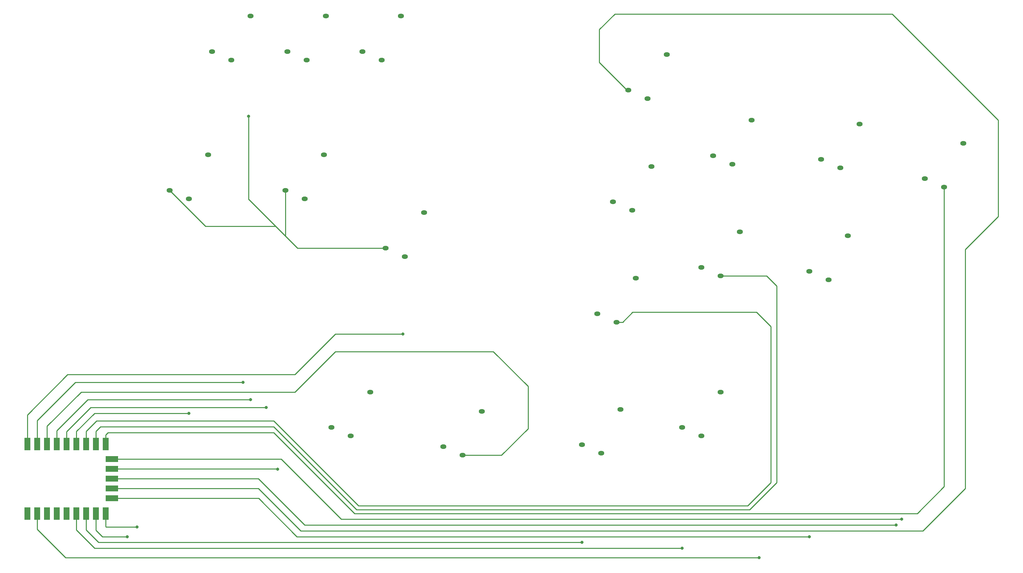
<source format=gbr>
%TF.GenerationSoftware,KiCad,Pcbnew,8.0.4*%
%TF.CreationDate,2024-08-25T10:48:18+09:00*%
%TF.ProjectId,StickLess,53746963-6b4c-4657-9373-2e6b69636164,rev?*%
%TF.SameCoordinates,Original*%
%TF.FileFunction,Copper,L1,Top*%
%TF.FilePolarity,Positive*%
%FSLAX46Y46*%
G04 Gerber Fmt 4.6, Leading zero omitted, Abs format (unit mm)*
G04 Created by KiCad (PCBNEW 8.0.4) date 2024-08-25 10:48:18*
%MOMM*%
%LPD*%
G01*
G04 APERTURE LIST*
%TA.AperFunction,SMDPad,CuDef*%
%ADD10R,1.600000X3.200000*%
%TD*%
%TA.AperFunction,SMDPad,CuDef*%
%ADD11R,3.200000X1.600000*%
%TD*%
%TA.AperFunction,ComponentPad*%
%ADD12O,1.600000X1.200000*%
%TD*%
%TA.AperFunction,ViaPad*%
%ADD13C,0.800000*%
%TD*%
%TA.AperFunction,Conductor*%
%ADD14C,0.250000*%
%TD*%
G04 APERTURE END LIST*
D10*
%TO.P,RZ1,1,GP0*%
%TO.N,Net-(RZ1-GP0)*%
X2565000Y-123000000D03*
%TO.P,RZ1,2,GP1*%
%TO.N,Net-(RZ1-GP1)*%
X5105000Y-123000000D03*
%TO.P,RZ1,3,GP2*%
%TO.N,Net-(RZ1-GP2)*%
X7645000Y-123000000D03*
%TO.P,RZ1,4,GP3*%
%TO.N,Net-(RZ1-GP3)*%
X10185000Y-123000000D03*
%TO.P,RZ1,5,GP4*%
%TO.N,Net-(RZ1-GP4)*%
X12725000Y-123000000D03*
%TO.P,RZ1,6,GP5*%
%TO.N,Net-(RZ1-GP5)*%
X15265000Y-123000000D03*
%TO.P,RZ1,7,GP6*%
%TO.N,Net-(RZ1-GP6)*%
X17805000Y-123000000D03*
%TO.P,RZ1,8,GP7*%
%TO.N,Net-(RZ1-GP7)*%
X20345000Y-123000000D03*
%TO.P,RZ1,9,GP8*%
%TO.N,Net-(RZ1-GP8)*%
X22885000Y-123000000D03*
D11*
%TO.P,RZ1,10,GP9*%
%TO.N,Net-(RZ1-GP9)*%
X24475000Y-126920000D03*
%TO.P,RZ1,11,GP10*%
%TO.N,Net-(RZ1-GP10)*%
X24475000Y-129460000D03*
%TO.P,RZ1,12,GP11*%
%TO.N,Net-(RZ1-GP11)*%
X24475000Y-132000000D03*
%TO.P,RZ1,13,GP12*%
%TO.N,Net-(RZ1-GP12)*%
X24475000Y-134540000D03*
%TO.P,RZ1,14,GP13*%
%TO.N,Net-(RZ1-GP13)*%
X24475000Y-137080000D03*
D10*
%TO.P,RZ1,15,GP14*%
%TO.N,Net-(RZ1-GP14)*%
X22885000Y-141000000D03*
%TO.P,RZ1,16,GP15*%
%TO.N,Net-(RZ1-GP15)*%
X20345000Y-141000000D03*
%TO.P,RZ1,17,GP26*%
%TO.N,Net-(RZ1-GP26)*%
X17805000Y-141000000D03*
%TO.P,RZ1,18,GP27*%
%TO.N,Net-(RZ1-GP27)*%
X15265000Y-141000000D03*
%TO.P,RZ1,19,GP28*%
%TO.N,unconnected-(RZ1-GP28-Pad19)*%
X12725000Y-141000000D03*
%TO.P,RZ1,20,GP29*%
%TO.N,unconnected-(RZ1-GP29-Pad20)*%
X10185000Y-141000000D03*
%TO.P,RZ1,21,3V3*%
%TO.N,unconnected-(RZ1-3V3-Pad21)*%
X7645000Y-141000000D03*
%TO.P,RZ1,22,5V*%
%TO.N,unconnected-(RZ1-5V-Pad22)*%
X2565000Y-141000000D03*
%TO.P,RZ1,23,GND*%
%TO.N,Net-(RZ1-GND)*%
X5105000Y-141000000D03*
%TD*%
D12*
%TO.P,B1(A)1,1,1*%
%TO.N,Net-(RZ1-GND)*%
X150500000Y-89200000D03*
%TO.P,B1(A)1,2,2*%
%TO.N,Net-(RZ1-GP6)*%
X155500000Y-91400000D03*
%TO.P,B1(A)1,MP*%
%TO.N,N/C*%
X160500000Y-80000000D03*
%TD*%
%TO.P,LEFT1,1,1*%
%TO.N,Net-(RZ1-GND)*%
X39500000Y-57200000D03*
%TO.P,LEFT1,2,2*%
%TO.N,Net-(RZ1-GP5)*%
X44500000Y-59400000D03*
%TO.P,LEFT1,MP*%
%TO.N,N/C*%
X49500000Y-48000000D03*
%TD*%
%TO.P,RIGHT1,1,1*%
%TO.N,Net-(RZ1-GND)*%
X95500000Y-72200000D03*
%TO.P,RIGHT1,2,2*%
%TO.N,Net-(RZ1-GP4)*%
X100500000Y-74400000D03*
%TO.P,RIGHT1,MP*%
%TO.N,N/C*%
X105500000Y-63000000D03*
%TD*%
%TO.P,L1(L)1,1,1*%
%TO.N,Net-(RZ1-GP13)*%
X205500000Y-78200000D03*
%TO.P,L1(L)1,2,2*%
%TO.N,Net-(RZ1-GND)*%
X210500000Y-80400000D03*
%TO.P,L1(L)1,MP*%
%TO.N,N/C*%
X215500000Y-69000000D03*
%TD*%
%TO.P,B2(B)1,1,1*%
%TO.N,Net-(RZ1-GND)*%
X177500000Y-77200000D03*
%TO.P,B2(B)1,2,2*%
%TO.N,Net-(RZ1-GP7)*%
X182500000Y-79400000D03*
%TO.P,B2(B)1,MP*%
%TO.N,N/C*%
X187500000Y-68000000D03*
%TD*%
%TO.P,S2(START)1,1,1*%
%TO.N,Net-(RZ1-GND)*%
X89500000Y-21200000D03*
%TO.P,S2(START)1,2,2*%
%TO.N,Net-(RZ1-GP1)*%
X94500000Y-23400000D03*
%TO.P,S2(START)1,MP*%
%TO.N,N/C*%
X99500000Y-12000000D03*
%TD*%
%TO.P,L2(LB)1,1,1*%
%TO.N,Net-(RZ1-GND)*%
X208510000Y-49200000D03*
%TO.P,L2(LB)1,2,2*%
%TO.N,Net-(RZ1-GP9)*%
X213510000Y-51400000D03*
%TO.P,L2(LB)1,MP*%
%TO.N,N/C*%
X218510000Y-40000000D03*
%TD*%
%TO.P,DOWN1,1,1*%
%TO.N,Net-(RZ1-GND)*%
X69500000Y-57200000D03*
%TO.P,DOWN1,2,2*%
%TO.N,Net-(RZ1-GP3)*%
X74500000Y-59400000D03*
%TO.P,DOWN1,MP*%
%TO.N,N/C*%
X79500000Y-48000000D03*
%TD*%
%TO.P,S1(BACK)1,1,1*%
%TO.N,Net-(RZ1-GND)*%
X81500000Y-118700000D03*
%TO.P,S1(BACK)1,2,2*%
%TO.N,Net-(RZ1-GP0)*%
X86500000Y-120900000D03*
%TO.P,S1(BACK)1,MP*%
%TO.N,N/C*%
X91500000Y-109500000D03*
%TD*%
%TO.P,A2(CAPTURE)1,1,1*%
%TO.N,Net-(RZ1-GP15)*%
X50500000Y-21200000D03*
%TO.P,A2(CAPTURE)1,2,2*%
%TO.N,Net-(RZ1-GND)*%
X55500000Y-23400000D03*
%TO.P,A2(CAPTURE)1,MP*%
%TO.N,N/C*%
X60500000Y-12000000D03*
%TD*%
%TO.P,B4(Y)1,1,1*%
%TO.N,Net-(RZ1-GP11)*%
X180500000Y-48200000D03*
%TO.P,B4(Y)1,2,2*%
%TO.N,Net-(RZ1-GND)*%
X185500000Y-50400000D03*
%TO.P,B4(Y)1,MP*%
%TO.N,N/C*%
X190500000Y-39000000D03*
%TD*%
%TO.P,UP1,1,1*%
%TO.N,Net-(RZ1-GND)*%
X110500000Y-123700000D03*
%TO.P,UP1,2,2*%
%TO.N,Net-(RZ1-GP2)*%
X115500000Y-125900000D03*
%TO.P,UP1,MP*%
%TO.N,N/C*%
X120500000Y-114500000D03*
%TD*%
%TO.P,R3(RS)1,1,1*%
%TO.N,Net-(RZ1-GP27)*%
X172500000Y-118700000D03*
%TO.P,R3(RS)1,2,2*%
%TO.N,Net-(RZ1-GND)*%
X177500000Y-120900000D03*
%TO.P,R3(RS)1,MP*%
%TO.N,N/C*%
X182500000Y-109500000D03*
%TD*%
%TO.P,R1(R)1,1,1*%
%TO.N,Net-(RZ1-GP12)*%
X158500000Y-31200000D03*
%TO.P,R1(R)1,2,2*%
%TO.N,Net-(RZ1-GND)*%
X163500000Y-33400000D03*
%TO.P,R1(R)1,MP*%
%TO.N,N/C*%
X168500000Y-22000000D03*
%TD*%
%TO.P,A1(GUIDE)1,1,1*%
%TO.N,Net-(RZ1-GP14)*%
X70000000Y-21200000D03*
%TO.P,A1(GUIDE)1,2,2*%
%TO.N,Net-(RZ1-GND)*%
X75000000Y-23400000D03*
%TO.P,A1(GUIDE)1,MP*%
%TO.N,N/C*%
X80000000Y-12000000D03*
%TD*%
%TO.P,L3(LS)1,1,1*%
%TO.N,Net-(RZ1-GP26)*%
X146500000Y-123200000D03*
%TO.P,L3(LS)1,2,2*%
%TO.N,Net-(RZ1-GND)*%
X151500000Y-125400000D03*
%TO.P,L3(LS)1,MP*%
%TO.N,N/C*%
X156500000Y-114000000D03*
%TD*%
%TO.P,R2(RB)1,1,1*%
%TO.N,Net-(RZ1-GND)*%
X235500000Y-54200000D03*
%TO.P,R2(RB)1,2,2*%
%TO.N,Net-(RZ1-GP8)*%
X240500000Y-56400000D03*
%TO.P,R2(RB)1,MP*%
%TO.N,N/C*%
X245500000Y-45000000D03*
%TD*%
%TO.P,B3(X)1,1,1*%
%TO.N,Net-(RZ1-GP10)*%
X154500000Y-60200000D03*
%TO.P,B3(X)1,2,2*%
%TO.N,Net-(RZ1-GND)*%
X159500000Y-62400000D03*
%TO.P,B3(X)1,MP*%
%TO.N,N/C*%
X164500000Y-51000000D03*
%TD*%
D13*
%TO.N,Net-(RZ1-GP14)*%
X31000000Y-144500000D03*
%TO.N,Net-(RZ1-GND)*%
X192500000Y-152500000D03*
X60000000Y-38000000D03*
%TO.N,Net-(RZ1-GP15)*%
X28500000Y-147000000D03*
%TO.N,Net-(RZ1-GP10)*%
X67500000Y-129500000D03*
%TO.N,Net-(RZ1-GP11)*%
X228000000Y-144000000D03*
%TO.N,Net-(RZ1-GP3)*%
X60500000Y-111500000D03*
%TO.N,Net-(RZ1-GP13)*%
X205500000Y-147000000D03*
%TO.N,Net-(RZ1-GP9)*%
X229500000Y-142500000D03*
%TO.N,Net-(RZ1-GP26)*%
X146500000Y-148500000D03*
%TO.N,Net-(RZ1-GP5)*%
X44500000Y-115000000D03*
%TO.N,Net-(RZ1-GP27)*%
X172500000Y-150000000D03*
%TO.N,Net-(RZ1-GP4)*%
X64500000Y-113500000D03*
%TO.N,Net-(RZ1-GP0)*%
X100000000Y-94500000D03*
%TO.N,Net-(RZ1-GP1)*%
X58500000Y-107000000D03*
%TD*%
D14*
%TO.N,Net-(RZ1-GP14)*%
X23000000Y-144500000D02*
X22885000Y-144385000D01*
X22885000Y-144385000D02*
X22885000Y-141000000D01*
X31000000Y-144500000D02*
X23000000Y-144500000D01*
%TO.N,Net-(RZ1-GND)*%
X192500000Y-152500000D02*
X12500000Y-152500000D01*
X39500000Y-57200000D02*
X48800000Y-66500000D01*
X69500000Y-57200000D02*
X69500000Y-69000000D01*
X60000000Y-59550000D02*
X60050000Y-59550000D01*
X5105000Y-145105000D02*
X5105000Y-141000000D01*
X48800000Y-66500000D02*
X67000000Y-66500000D01*
X67000000Y-66500000D02*
X72700000Y-72200000D01*
X60050000Y-59550000D02*
X67000000Y-66500000D01*
X60000000Y-59550000D02*
X60000000Y-38000000D01*
X12500000Y-152500000D02*
X5105000Y-145105000D01*
X72700000Y-72200000D02*
X95500000Y-72200000D01*
%TO.N,Net-(RZ1-GP15)*%
X28500000Y-147000000D02*
X22000000Y-147000000D01*
X22000000Y-147000000D02*
X20345000Y-145345000D01*
X20345000Y-145345000D02*
X20345000Y-141000000D01*
%TO.N,Net-(RZ1-GP6)*%
X17805000Y-119695000D02*
X20500000Y-117000000D01*
X195500000Y-133000000D02*
X195500000Y-92500000D01*
X189500000Y-139000000D02*
X195500000Y-133000000D01*
X157030000Y-91400000D02*
X155500000Y-91400000D01*
X88500000Y-139000000D02*
X189500000Y-139000000D01*
X191800000Y-88800000D02*
X159630000Y-88800000D01*
X20500000Y-117000000D02*
X66500000Y-117000000D01*
X159630000Y-88800000D02*
X157030000Y-91400000D01*
X17805000Y-123000000D02*
X17805000Y-119695000D01*
X195500000Y-92500000D02*
X191800000Y-88800000D01*
X66500000Y-117000000D02*
X88500000Y-139000000D01*
%TO.N,Net-(RZ1-GP7)*%
X190000000Y-140000000D02*
X197000000Y-133000000D01*
X20345000Y-123000000D02*
X20345000Y-119655000D01*
X88000000Y-140000000D02*
X190000000Y-140000000D01*
X20345000Y-119655000D02*
X21500000Y-118500000D01*
X21500000Y-118500000D02*
X66500000Y-118500000D01*
X197000000Y-82000000D02*
X194400000Y-79400000D01*
X66500000Y-118500000D02*
X88000000Y-140000000D01*
X194400000Y-79400000D02*
X182500000Y-79400000D01*
X197000000Y-133000000D02*
X197000000Y-82000000D01*
%TO.N,Net-(RZ1-GP10)*%
X24475000Y-129460000D02*
X67460000Y-129460000D01*
X67460000Y-129460000D02*
X67500000Y-129500000D01*
%TO.N,Net-(RZ1-GP11)*%
X74500000Y-144000000D02*
X62500000Y-132000000D01*
X228000000Y-144000000D02*
X74500000Y-144000000D01*
X62500000Y-132000000D02*
X24475000Y-132000000D01*
%TO.N,Net-(RZ1-GP3)*%
X18250000Y-111500000D02*
X10185000Y-119565000D01*
X10185000Y-119565000D02*
X10185000Y-123000000D01*
X60500000Y-111500000D02*
X18250000Y-111500000D01*
%TO.N,Net-(RZ1-GP13)*%
X62580000Y-137080000D02*
X24475000Y-137080000D01*
X72500000Y-147000000D02*
X62580000Y-137080000D01*
X205500000Y-147000000D02*
X72500000Y-147000000D01*
%TO.N,Net-(RZ1-GP9)*%
X68420000Y-126920000D02*
X24475000Y-126920000D01*
X229500000Y-142500000D02*
X84000000Y-142500000D01*
X84000000Y-142500000D02*
X68420000Y-126920000D01*
%TO.N,Net-(RZ1-GP26)*%
X146500000Y-148500000D02*
X21000000Y-148500000D01*
X17805000Y-145305000D02*
X17805000Y-141000000D01*
X21000000Y-148500000D02*
X17805000Y-145305000D01*
%TO.N,Net-(RZ1-GP5)*%
X44500000Y-115000000D02*
X20000000Y-115000000D01*
X20000000Y-115000000D02*
X15265000Y-119735000D01*
X15265000Y-119735000D02*
X15265000Y-123000000D01*
%TO.N,Net-(RZ1-GP12)*%
X151000000Y-15500000D02*
X151000000Y-24000000D01*
X62540000Y-134540000D02*
X73500000Y-145500000D01*
X246000000Y-134500000D02*
X246000000Y-72500000D01*
X73500000Y-145500000D02*
X235000000Y-145500000D01*
X254500000Y-64000000D02*
X254500000Y-39000000D01*
X235000000Y-145500000D02*
X246000000Y-134500000D01*
X24475000Y-134540000D02*
X62540000Y-134540000D01*
X246000000Y-72500000D02*
X254500000Y-64000000D01*
X254500000Y-39000000D02*
X227000000Y-11500000D01*
X155000000Y-11500000D02*
X151000000Y-15500000D01*
X151000000Y-24000000D02*
X158200000Y-31200000D01*
X227000000Y-11500000D02*
X155000000Y-11500000D01*
X158200000Y-31200000D02*
X158500000Y-31200000D01*
%TO.N,Net-(RZ1-GP8)*%
X240500000Y-134000000D02*
X240500000Y-56400000D01*
X23500000Y-120000000D02*
X66500000Y-120000000D01*
X233500000Y-141000000D02*
X240500000Y-134000000D01*
X22885000Y-120615000D02*
X23500000Y-120000000D01*
X66500000Y-120000000D02*
X87500000Y-141000000D01*
X87500000Y-141000000D02*
X233500000Y-141000000D01*
X22885000Y-123000000D02*
X22885000Y-120615000D01*
%TO.N,Net-(RZ1-GP27)*%
X20000000Y-150000000D02*
X15265000Y-145265000D01*
X172500000Y-150000000D02*
X20000000Y-150000000D01*
X15265000Y-145265000D02*
X15265000Y-141000000D01*
%TO.N,Net-(RZ1-GP4)*%
X19000000Y-113500000D02*
X12725000Y-119775000D01*
X64500000Y-113500000D02*
X19000000Y-113500000D01*
X12725000Y-119775000D02*
X12725000Y-123000000D01*
%TO.N,Net-(RZ1-GP0)*%
X13000000Y-105000000D02*
X2565000Y-115435000D01*
X2565000Y-115435000D02*
X2565000Y-123000000D01*
X100000000Y-94500000D02*
X82500000Y-94500000D01*
X72000000Y-105000000D02*
X13000000Y-105000000D01*
X82500000Y-94500000D02*
X72000000Y-105000000D01*
%TO.N,Net-(RZ1-GP1)*%
X58500000Y-107000000D02*
X15000000Y-107000000D01*
X5105000Y-116895000D02*
X5105000Y-123000000D01*
X15000000Y-107000000D02*
X5105000Y-116895000D01*
%TO.N,Net-(RZ1-GP2)*%
X132500000Y-119000000D02*
X125600000Y-125900000D01*
X72000000Y-109500000D02*
X82500000Y-99000000D01*
X7645000Y-118355000D02*
X16500000Y-109500000D01*
X125600000Y-125900000D02*
X115500000Y-125900000D01*
X132500000Y-108000000D02*
X132500000Y-119000000D01*
X82500000Y-99000000D02*
X123500000Y-99000000D01*
X123500000Y-99000000D02*
X132500000Y-108000000D01*
X7645000Y-123000000D02*
X7645000Y-118355000D01*
X16500000Y-109500000D02*
X72000000Y-109500000D01*
%TD*%
M02*

</source>
